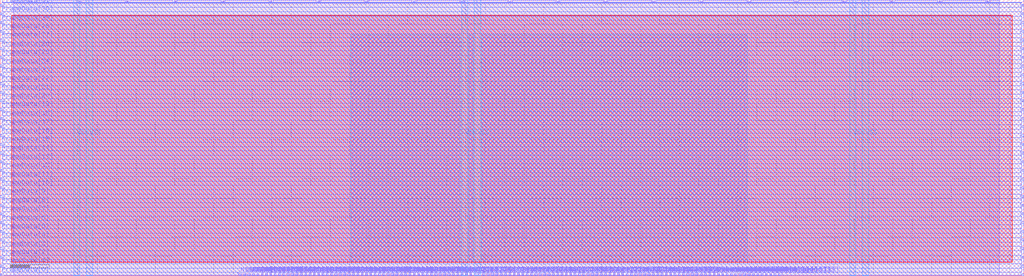
<source format=lef>
VERSION 5.7 ;
  NOWIREEXTENSIONATPIN ON ;
  DIVIDERCHAR "/" ;
  BUSBITCHARS "[]" ;
MACRO N_term_DSP
  CLASS BLOCK ;
  FOREIGN N_term_DSP ;
  ORIGIN 0.000 0.000 ;
  SIZE 263.760 BY 71.120 ;
  PIN FrameData[0]
    DIRECTION INPUT ;
    USE SIGNAL ;
    ANTENNAGATEAREA 1.102000 ;
    PORT
      LAYER Metal3 ;
        RECT 0.000 0.000 0.560 0.560 ;
    END
  END FrameData[0]
  PIN FrameData[10]
    DIRECTION INPUT ;
    USE SIGNAL ;
    ANTENNAGATEAREA 1.102000 ;
    PORT
      LAYER Metal3 ;
        RECT 0.000 22.400 0.560 22.960 ;
    END
  END FrameData[10]
  PIN FrameData[11]
    DIRECTION INPUT ;
    USE SIGNAL ;
    ANTENNAGATEAREA 1.102000 ;
    PORT
      LAYER Metal3 ;
        RECT 0.000 24.640 0.560 25.200 ;
    END
  END FrameData[11]
  PIN FrameData[12]
    DIRECTION INPUT ;
    USE SIGNAL ;
    ANTENNAGATEAREA 1.102000 ;
    PORT
      LAYER Metal3 ;
        RECT 0.000 26.880 0.560 27.440 ;
    END
  END FrameData[12]
  PIN FrameData[13]
    DIRECTION INPUT ;
    USE SIGNAL ;
    ANTENNAGATEAREA 1.102000 ;
    PORT
      LAYER Metal3 ;
        RECT 0.000 29.120 0.560 29.680 ;
    END
  END FrameData[13]
  PIN FrameData[14]
    DIRECTION INPUT ;
    USE SIGNAL ;
    ANTENNAGATEAREA 1.102000 ;
    PORT
      LAYER Metal3 ;
        RECT 0.000 31.360 0.560 31.920 ;
    END
  END FrameData[14]
  PIN FrameData[15]
    DIRECTION INPUT ;
    USE SIGNAL ;
    ANTENNAGATEAREA 1.102000 ;
    PORT
      LAYER Metal3 ;
        RECT 0.000 33.600 0.560 34.160 ;
    END
  END FrameData[15]
  PIN FrameData[16]
    DIRECTION INPUT ;
    USE SIGNAL ;
    ANTENNAGATEAREA 1.102000 ;
    PORT
      LAYER Metal3 ;
        RECT 0.000 35.840 0.560 36.400 ;
    END
  END FrameData[16]
  PIN FrameData[17]
    DIRECTION INPUT ;
    USE SIGNAL ;
    ANTENNAGATEAREA 1.102000 ;
    PORT
      LAYER Metal3 ;
        RECT 0.000 38.080 0.560 38.640 ;
    END
  END FrameData[17]
  PIN FrameData[18]
    DIRECTION INPUT ;
    USE SIGNAL ;
    ANTENNAGATEAREA 1.102000 ;
    PORT
      LAYER Metal3 ;
        RECT 0.000 40.320 0.560 40.880 ;
    END
  END FrameData[18]
  PIN FrameData[19]
    DIRECTION INPUT ;
    USE SIGNAL ;
    ANTENNAGATEAREA 1.102000 ;
    PORT
      LAYER Metal3 ;
        RECT 0.000 42.560 0.560 43.120 ;
    END
  END FrameData[19]
  PIN FrameData[1]
    DIRECTION INPUT ;
    USE SIGNAL ;
    ANTENNAGATEAREA 1.102000 ;
    PORT
      LAYER Metal3 ;
        RECT 0.000 2.240 0.560 2.800 ;
    END
  END FrameData[1]
  PIN FrameData[20]
    DIRECTION INPUT ;
    USE SIGNAL ;
    ANTENNAGATEAREA 1.102000 ;
    PORT
      LAYER Metal3 ;
        RECT 0.000 44.800 0.560 45.360 ;
    END
  END FrameData[20]
  PIN FrameData[21]
    DIRECTION INPUT ;
    USE SIGNAL ;
    ANTENNAGATEAREA 1.102000 ;
    PORT
      LAYER Metal3 ;
        RECT 0.000 47.040 0.560 47.600 ;
    END
  END FrameData[21]
  PIN FrameData[22]
    DIRECTION INPUT ;
    USE SIGNAL ;
    ANTENNAGATEAREA 1.102000 ;
    PORT
      LAYER Metal3 ;
        RECT 0.000 49.280 0.560 49.840 ;
    END
  END FrameData[22]
  PIN FrameData[23]
    DIRECTION INPUT ;
    USE SIGNAL ;
    ANTENNAGATEAREA 1.102000 ;
    PORT
      LAYER Metal3 ;
        RECT 0.000 51.520 0.560 52.080 ;
    END
  END FrameData[23]
  PIN FrameData[24]
    DIRECTION INPUT ;
    USE SIGNAL ;
    ANTENNAGATEAREA 1.102000 ;
    PORT
      LAYER Metal3 ;
        RECT 0.000 53.760 0.560 54.320 ;
    END
  END FrameData[24]
  PIN FrameData[25]
    DIRECTION INPUT ;
    USE SIGNAL ;
    ANTENNAGATEAREA 1.102000 ;
    PORT
      LAYER Metal3 ;
        RECT 0.000 56.000 0.560 56.560 ;
    END
  END FrameData[25]
  PIN FrameData[26]
    DIRECTION INPUT ;
    USE SIGNAL ;
    ANTENNAGATEAREA 1.102000 ;
    PORT
      LAYER Metal3 ;
        RECT 0.000 58.240 0.560 58.800 ;
    END
  END FrameData[26]
  PIN FrameData[27]
    DIRECTION INPUT ;
    USE SIGNAL ;
    ANTENNAGATEAREA 1.102000 ;
    PORT
      LAYER Metal3 ;
        RECT 0.000 60.480 0.560 61.040 ;
    END
  END FrameData[27]
  PIN FrameData[28]
    DIRECTION INPUT ;
    USE SIGNAL ;
    ANTENNAGATEAREA 1.102000 ;
    PORT
      LAYER Metal3 ;
        RECT 0.000 62.720 0.560 63.280 ;
    END
  END FrameData[28]
  PIN FrameData[29]
    DIRECTION INPUT ;
    USE SIGNAL ;
    ANTENNAGATEAREA 1.102000 ;
    PORT
      LAYER Metal3 ;
        RECT 0.000 64.960 0.560 65.520 ;
    END
  END FrameData[29]
  PIN FrameData[2]
    DIRECTION INPUT ;
    USE SIGNAL ;
    ANTENNAGATEAREA 1.102000 ;
    PORT
      LAYER Metal3 ;
        RECT 0.000 4.480 0.560 5.040 ;
    END
  END FrameData[2]
  PIN FrameData[30]
    DIRECTION INPUT ;
    USE SIGNAL ;
    ANTENNAGATEAREA 1.102000 ;
    PORT
      LAYER Metal3 ;
        RECT 0.000 67.200 0.560 67.760 ;
    END
  END FrameData[30]
  PIN FrameData[31]
    DIRECTION INPUT ;
    USE SIGNAL ;
    ANTENNAGATEAREA 1.102000 ;
    PORT
      LAYER Metal3 ;
        RECT 0.000 69.440 0.560 70.000 ;
    END
  END FrameData[31]
  PIN FrameData[3]
    DIRECTION INPUT ;
    USE SIGNAL ;
    ANTENNAGATEAREA 1.102000 ;
    PORT
      LAYER Metal3 ;
        RECT 0.000 6.720 0.560 7.280 ;
    END
  END FrameData[3]
  PIN FrameData[4]
    DIRECTION INPUT ;
    USE SIGNAL ;
    ANTENNAGATEAREA 1.102000 ;
    PORT
      LAYER Metal3 ;
        RECT 0.000 8.960 0.560 9.520 ;
    END
  END FrameData[4]
  PIN FrameData[5]
    DIRECTION INPUT ;
    USE SIGNAL ;
    ANTENNAGATEAREA 1.102000 ;
    PORT
      LAYER Metal3 ;
        RECT 0.000 11.200 0.560 11.760 ;
    END
  END FrameData[5]
  PIN FrameData[6]
    DIRECTION INPUT ;
    USE SIGNAL ;
    ANTENNAGATEAREA 1.102000 ;
    PORT
      LAYER Metal3 ;
        RECT 0.000 13.440 0.560 14.000 ;
    END
  END FrameData[6]
  PIN FrameData[7]
    DIRECTION INPUT ;
    USE SIGNAL ;
    ANTENNAGATEAREA 1.102000 ;
    PORT
      LAYER Metal3 ;
        RECT 0.000 15.680 0.560 16.240 ;
    END
  END FrameData[7]
  PIN FrameData[8]
    DIRECTION INPUT ;
    USE SIGNAL ;
    ANTENNAGATEAREA 1.102000 ;
    PORT
      LAYER Metal3 ;
        RECT 0.000 17.920 0.560 18.480 ;
    END
  END FrameData[8]
  PIN FrameData[9]
    DIRECTION INPUT ;
    USE SIGNAL ;
    ANTENNAGATEAREA 1.102000 ;
    PORT
      LAYER Metal3 ;
        RECT 0.000 20.160 0.560 20.720 ;
    END
  END FrameData[9]
  PIN FrameData_O[0]
    DIRECTION OUTPUT ;
    USE SIGNAL ;
    ANTENNADIFFAREA 2.365600 ;
    PORT
      LAYER Metal3 ;
        RECT 263.200 0.000 263.760 0.560 ;
    END
  END FrameData_O[0]
  PIN FrameData_O[10]
    DIRECTION OUTPUT ;
    USE SIGNAL ;
    ANTENNADIFFAREA 2.365600 ;
    PORT
      LAYER Metal3 ;
        RECT 263.200 22.400 263.760 22.960 ;
    END
  END FrameData_O[10]
  PIN FrameData_O[11]
    DIRECTION OUTPUT ;
    USE SIGNAL ;
    ANTENNADIFFAREA 2.365600 ;
    PORT
      LAYER Metal3 ;
        RECT 263.200 24.640 263.760 25.200 ;
    END
  END FrameData_O[11]
  PIN FrameData_O[12]
    DIRECTION OUTPUT ;
    USE SIGNAL ;
    ANTENNADIFFAREA 2.365600 ;
    PORT
      LAYER Metal3 ;
        RECT 263.200 26.880 263.760 27.440 ;
    END
  END FrameData_O[12]
  PIN FrameData_O[13]
    DIRECTION OUTPUT ;
    USE SIGNAL ;
    ANTENNADIFFAREA 2.365600 ;
    PORT
      LAYER Metal3 ;
        RECT 263.200 29.120 263.760 29.680 ;
    END
  END FrameData_O[13]
  PIN FrameData_O[14]
    DIRECTION OUTPUT ;
    USE SIGNAL ;
    ANTENNADIFFAREA 2.365600 ;
    PORT
      LAYER Metal3 ;
        RECT 263.200 31.360 263.760 31.920 ;
    END
  END FrameData_O[14]
  PIN FrameData_O[15]
    DIRECTION OUTPUT ;
    USE SIGNAL ;
    ANTENNADIFFAREA 2.365600 ;
    PORT
      LAYER Metal3 ;
        RECT 263.200 33.600 263.760 34.160 ;
    END
  END FrameData_O[15]
  PIN FrameData_O[16]
    DIRECTION OUTPUT ;
    USE SIGNAL ;
    ANTENNADIFFAREA 2.365600 ;
    PORT
      LAYER Metal3 ;
        RECT 263.200 35.840 263.760 36.400 ;
    END
  END FrameData_O[16]
  PIN FrameData_O[17]
    DIRECTION OUTPUT ;
    USE SIGNAL ;
    ANTENNADIFFAREA 2.365600 ;
    PORT
      LAYER Metal3 ;
        RECT 263.200 38.080 263.760 38.640 ;
    END
  END FrameData_O[17]
  PIN FrameData_O[18]
    DIRECTION OUTPUT ;
    USE SIGNAL ;
    ANTENNADIFFAREA 2.365600 ;
    PORT
      LAYER Metal3 ;
        RECT 263.200 40.320 263.760 40.880 ;
    END
  END FrameData_O[18]
  PIN FrameData_O[19]
    DIRECTION OUTPUT ;
    USE SIGNAL ;
    ANTENNADIFFAREA 2.365600 ;
    PORT
      LAYER Metal3 ;
        RECT 263.200 42.560 263.760 43.120 ;
    END
  END FrameData_O[19]
  PIN FrameData_O[1]
    DIRECTION OUTPUT ;
    USE SIGNAL ;
    ANTENNADIFFAREA 2.365600 ;
    PORT
      LAYER Metal3 ;
        RECT 263.200 2.240 263.760 2.800 ;
    END
  END FrameData_O[1]
  PIN FrameData_O[20]
    DIRECTION OUTPUT ;
    USE SIGNAL ;
    ANTENNADIFFAREA 2.365600 ;
    PORT
      LAYER Metal3 ;
        RECT 263.200 44.800 263.760 45.360 ;
    END
  END FrameData_O[20]
  PIN FrameData_O[21]
    DIRECTION OUTPUT ;
    USE SIGNAL ;
    ANTENNADIFFAREA 2.365600 ;
    PORT
      LAYER Metal3 ;
        RECT 263.200 47.040 263.760 47.600 ;
    END
  END FrameData_O[21]
  PIN FrameData_O[22]
    DIRECTION OUTPUT ;
    USE SIGNAL ;
    ANTENNADIFFAREA 2.365600 ;
    PORT
      LAYER Metal3 ;
        RECT 263.200 49.280 263.760 49.840 ;
    END
  END FrameData_O[22]
  PIN FrameData_O[23]
    DIRECTION OUTPUT ;
    USE SIGNAL ;
    ANTENNADIFFAREA 2.365600 ;
    PORT
      LAYER Metal3 ;
        RECT 263.200 51.520 263.760 52.080 ;
    END
  END FrameData_O[23]
  PIN FrameData_O[24]
    DIRECTION OUTPUT ;
    USE SIGNAL ;
    ANTENNADIFFAREA 2.365600 ;
    PORT
      LAYER Metal3 ;
        RECT 263.200 53.760 263.760 54.320 ;
    END
  END FrameData_O[24]
  PIN FrameData_O[25]
    DIRECTION OUTPUT ;
    USE SIGNAL ;
    ANTENNADIFFAREA 2.365600 ;
    PORT
      LAYER Metal3 ;
        RECT 263.200 56.000 263.760 56.560 ;
    END
  END FrameData_O[25]
  PIN FrameData_O[26]
    DIRECTION OUTPUT ;
    USE SIGNAL ;
    ANTENNADIFFAREA 2.365600 ;
    PORT
      LAYER Metal3 ;
        RECT 263.200 58.240 263.760 58.800 ;
    END
  END FrameData_O[26]
  PIN FrameData_O[27]
    DIRECTION OUTPUT ;
    USE SIGNAL ;
    ANTENNADIFFAREA 2.365600 ;
    PORT
      LAYER Metal3 ;
        RECT 263.200 60.480 263.760 61.040 ;
    END
  END FrameData_O[27]
  PIN FrameData_O[28]
    DIRECTION OUTPUT ;
    USE SIGNAL ;
    ANTENNADIFFAREA 2.365600 ;
    PORT
      LAYER Metal3 ;
        RECT 263.200 62.720 263.760 63.280 ;
    END
  END FrameData_O[28]
  PIN FrameData_O[29]
    DIRECTION OUTPUT ;
    USE SIGNAL ;
    ANTENNADIFFAREA 2.365600 ;
    PORT
      LAYER Metal3 ;
        RECT 263.200 64.960 263.760 65.520 ;
    END
  END FrameData_O[29]
  PIN FrameData_O[2]
    DIRECTION OUTPUT ;
    USE SIGNAL ;
    ANTENNADIFFAREA 2.365600 ;
    PORT
      LAYER Metal3 ;
        RECT 263.200 4.480 263.760 5.040 ;
    END
  END FrameData_O[2]
  PIN FrameData_O[30]
    DIRECTION OUTPUT ;
    USE SIGNAL ;
    ANTENNADIFFAREA 2.365600 ;
    PORT
      LAYER Metal3 ;
        RECT 263.200 67.200 263.760 67.760 ;
    END
  END FrameData_O[30]
  PIN FrameData_O[31]
    DIRECTION OUTPUT ;
    USE SIGNAL ;
    ANTENNADIFFAREA 2.365600 ;
    PORT
      LAYER Metal3 ;
        RECT 263.200 69.440 263.760 70.000 ;
    END
  END FrameData_O[31]
  PIN FrameData_O[3]
    DIRECTION OUTPUT ;
    USE SIGNAL ;
    ANTENNADIFFAREA 2.365600 ;
    PORT
      LAYER Metal3 ;
        RECT 263.200 6.720 263.760 7.280 ;
    END
  END FrameData_O[3]
  PIN FrameData_O[4]
    DIRECTION OUTPUT ;
    USE SIGNAL ;
    ANTENNADIFFAREA 2.365600 ;
    PORT
      LAYER Metal3 ;
        RECT 263.200 8.960 263.760 9.520 ;
    END
  END FrameData_O[4]
  PIN FrameData_O[5]
    DIRECTION OUTPUT ;
    USE SIGNAL ;
    ANTENNADIFFAREA 2.365600 ;
    PORT
      LAYER Metal3 ;
        RECT 263.200 11.200 263.760 11.760 ;
    END
  END FrameData_O[5]
  PIN FrameData_O[6]
    DIRECTION OUTPUT ;
    USE SIGNAL ;
    ANTENNADIFFAREA 2.365600 ;
    PORT
      LAYER Metal3 ;
        RECT 263.200 13.440 263.760 14.000 ;
    END
  END FrameData_O[6]
  PIN FrameData_O[7]
    DIRECTION OUTPUT ;
    USE SIGNAL ;
    ANTENNADIFFAREA 2.365600 ;
    PORT
      LAYER Metal3 ;
        RECT 263.200 15.680 263.760 16.240 ;
    END
  END FrameData_O[7]
  PIN FrameData_O[8]
    DIRECTION OUTPUT ;
    USE SIGNAL ;
    ANTENNADIFFAREA 2.365600 ;
    PORT
      LAYER Metal3 ;
        RECT 263.200 17.920 263.760 18.480 ;
    END
  END FrameData_O[8]
  PIN FrameData_O[9]
    DIRECTION OUTPUT ;
    USE SIGNAL ;
    ANTENNADIFFAREA 2.365600 ;
    PORT
      LAYER Metal3 ;
        RECT 263.200 20.160 263.760 20.720 ;
    END
  END FrameData_O[9]
  PIN FrameStrobe[0]
    DIRECTION INPUT ;
    USE SIGNAL ;
    ANTENNAGATEAREA 1.102000 ;
    PORT
      LAYER Metal2 ;
        RECT 179.200 0.000 179.760 0.560 ;
    END
  END FrameStrobe[0]
  PIN FrameStrobe[10]
    DIRECTION INPUT ;
    USE SIGNAL ;
    ANTENNAGATEAREA 1.102000 ;
    PORT
      LAYER Metal2 ;
        RECT 190.400 0.000 190.960 0.560 ;
    END
  END FrameStrobe[10]
  PIN FrameStrobe[11]
    DIRECTION INPUT ;
    USE SIGNAL ;
    ANTENNAGATEAREA 1.102000 ;
    PORT
      LAYER Metal2 ;
        RECT 191.520 0.000 192.080 0.560 ;
    END
  END FrameStrobe[11]
  PIN FrameStrobe[12]
    DIRECTION INPUT ;
    USE SIGNAL ;
    ANTENNAGATEAREA 1.102000 ;
    PORT
      LAYER Metal2 ;
        RECT 192.640 0.000 193.200 0.560 ;
    END
  END FrameStrobe[12]
  PIN FrameStrobe[13]
    DIRECTION INPUT ;
    USE SIGNAL ;
    ANTENNAGATEAREA 1.102000 ;
    PORT
      LAYER Metal2 ;
        RECT 193.760 0.000 194.320 0.560 ;
    END
  END FrameStrobe[13]
  PIN FrameStrobe[14]
    DIRECTION INPUT ;
    USE SIGNAL ;
    ANTENNAGATEAREA 1.102000 ;
    PORT
      LAYER Metal2 ;
        RECT 194.880 0.000 195.440 0.560 ;
    END
  END FrameStrobe[14]
  PIN FrameStrobe[15]
    DIRECTION INPUT ;
    USE SIGNAL ;
    ANTENNAGATEAREA 1.102000 ;
    PORT
      LAYER Metal2 ;
        RECT 196.000 0.000 196.560 0.560 ;
    END
  END FrameStrobe[15]
  PIN FrameStrobe[16]
    DIRECTION INPUT ;
    USE SIGNAL ;
    ANTENNAGATEAREA 1.102000 ;
    PORT
      LAYER Metal2 ;
        RECT 197.120 0.000 197.680 0.560 ;
    END
  END FrameStrobe[16]
  PIN FrameStrobe[17]
    DIRECTION INPUT ;
    USE SIGNAL ;
    ANTENNAGATEAREA 1.102000 ;
    PORT
      LAYER Metal2 ;
        RECT 198.240 0.000 198.800 0.560 ;
    END
  END FrameStrobe[17]
  PIN FrameStrobe[18]
    DIRECTION INPUT ;
    USE SIGNAL ;
    ANTENNAGATEAREA 1.102000 ;
    PORT
      LAYER Metal2 ;
        RECT 199.360 0.000 199.920 0.560 ;
    END
  END FrameStrobe[18]
  PIN FrameStrobe[19]
    DIRECTION INPUT ;
    USE SIGNAL ;
    ANTENNAGATEAREA 1.102000 ;
    PORT
      LAYER Metal2 ;
        RECT 200.480 0.000 201.040 0.560 ;
    END
  END FrameStrobe[19]
  PIN FrameStrobe[1]
    DIRECTION INPUT ;
    USE SIGNAL ;
    ANTENNAGATEAREA 1.102000 ;
    PORT
      LAYER Metal2 ;
        RECT 180.320 0.000 180.880 0.560 ;
    END
  END FrameStrobe[1]
  PIN FrameStrobe[2]
    DIRECTION INPUT ;
    USE SIGNAL ;
    ANTENNAGATEAREA 1.102000 ;
    PORT
      LAYER Metal2 ;
        RECT 181.440 0.000 182.000 0.560 ;
    END
  END FrameStrobe[2]
  PIN FrameStrobe[3]
    DIRECTION INPUT ;
    USE SIGNAL ;
    ANTENNAGATEAREA 1.102000 ;
    PORT
      LAYER Metal2 ;
        RECT 182.560 0.000 183.120 0.560 ;
    END
  END FrameStrobe[3]
  PIN FrameStrobe[4]
    DIRECTION INPUT ;
    USE SIGNAL ;
    ANTENNAGATEAREA 1.102000 ;
    PORT
      LAYER Metal2 ;
        RECT 183.680 0.000 184.240 0.560 ;
    END
  END FrameStrobe[4]
  PIN FrameStrobe[5]
    DIRECTION INPUT ;
    USE SIGNAL ;
    ANTENNAGATEAREA 1.102000 ;
    PORT
      LAYER Metal2 ;
        RECT 184.800 0.000 185.360 0.560 ;
    END
  END FrameStrobe[5]
  PIN FrameStrobe[6]
    DIRECTION INPUT ;
    USE SIGNAL ;
    ANTENNAGATEAREA 1.102000 ;
    PORT
      LAYER Metal2 ;
        RECT 185.920 0.000 186.480 0.560 ;
    END
  END FrameStrobe[6]
  PIN FrameStrobe[7]
    DIRECTION INPUT ;
    USE SIGNAL ;
    ANTENNAGATEAREA 1.102000 ;
    PORT
      LAYER Metal2 ;
        RECT 187.040 0.000 187.600 0.560 ;
    END
  END FrameStrobe[7]
  PIN FrameStrobe[8]
    DIRECTION INPUT ;
    USE SIGNAL ;
    ANTENNAGATEAREA 1.102000 ;
    PORT
      LAYER Metal2 ;
        RECT 188.160 0.000 188.720 0.560 ;
    END
  END FrameStrobe[8]
  PIN FrameStrobe[9]
    DIRECTION INPUT ;
    USE SIGNAL ;
    ANTENNAGATEAREA 1.102000 ;
    PORT
      LAYER Metal2 ;
        RECT 189.280 0.000 189.840 0.560 ;
    END
  END FrameStrobe[9]
  PIN FrameStrobe_O[0]
    DIRECTION OUTPUT ;
    USE SIGNAL ;
    ANTENNADIFFAREA 2.365600 ;
    PORT
      LAYER Metal2 ;
        RECT 20.160 70.560 20.720 71.120 ;
    END
  END FrameStrobe_O[0]
  PIN FrameStrobe_O[10]
    DIRECTION OUTPUT ;
    USE SIGNAL ;
    ANTENNADIFFAREA 2.365600 ;
    PORT
      LAYER Metal2 ;
        RECT 143.360 70.560 143.920 71.120 ;
    END
  END FrameStrobe_O[10]
  PIN FrameStrobe_O[11]
    DIRECTION OUTPUT ;
    USE SIGNAL ;
    ANTENNADIFFAREA 2.365600 ;
    PORT
      LAYER Metal2 ;
        RECT 155.680 70.560 156.240 71.120 ;
    END
  END FrameStrobe_O[11]
  PIN FrameStrobe_O[12]
    DIRECTION OUTPUT ;
    USE SIGNAL ;
    ANTENNADIFFAREA 2.365600 ;
    PORT
      LAYER Metal2 ;
        RECT 168.000 70.560 168.560 71.120 ;
    END
  END FrameStrobe_O[12]
  PIN FrameStrobe_O[13]
    DIRECTION OUTPUT ;
    USE SIGNAL ;
    ANTENNADIFFAREA 2.365600 ;
    PORT
      LAYER Metal2 ;
        RECT 180.320 70.560 180.880 71.120 ;
    END
  END FrameStrobe_O[13]
  PIN FrameStrobe_O[14]
    DIRECTION OUTPUT ;
    USE SIGNAL ;
    ANTENNADIFFAREA 2.365600 ;
    PORT
      LAYER Metal2 ;
        RECT 192.640 70.560 193.200 71.120 ;
    END
  END FrameStrobe_O[14]
  PIN FrameStrobe_O[15]
    DIRECTION OUTPUT ;
    USE SIGNAL ;
    ANTENNADIFFAREA 2.365600 ;
    PORT
      LAYER Metal2 ;
        RECT 204.960 70.560 205.520 71.120 ;
    END
  END FrameStrobe_O[15]
  PIN FrameStrobe_O[16]
    DIRECTION OUTPUT ;
    USE SIGNAL ;
    ANTENNADIFFAREA 2.365600 ;
    PORT
      LAYER Metal2 ;
        RECT 217.280 70.560 217.840 71.120 ;
    END
  END FrameStrobe_O[16]
  PIN FrameStrobe_O[17]
    DIRECTION OUTPUT ;
    USE SIGNAL ;
    ANTENNADIFFAREA 2.365600 ;
    PORT
      LAYER Metal2 ;
        RECT 229.600 70.560 230.160 71.120 ;
    END
  END FrameStrobe_O[17]
  PIN FrameStrobe_O[18]
    DIRECTION OUTPUT ;
    USE SIGNAL ;
    ANTENNADIFFAREA 2.365600 ;
    PORT
      LAYER Metal2 ;
        RECT 241.920 70.560 242.480 71.120 ;
    END
  END FrameStrobe_O[18]
  PIN FrameStrobe_O[19]
    DIRECTION OUTPUT ;
    USE SIGNAL ;
    ANTENNADIFFAREA 2.365600 ;
    PORT
      LAYER Metal2 ;
        RECT 254.240 70.560 254.800 71.120 ;
    END
  END FrameStrobe_O[19]
  PIN FrameStrobe_O[1]
    DIRECTION OUTPUT ;
    USE SIGNAL ;
    ANTENNADIFFAREA 2.365600 ;
    PORT
      LAYER Metal2 ;
        RECT 32.480 70.560 33.040 71.120 ;
    END
  END FrameStrobe_O[1]
  PIN FrameStrobe_O[2]
    DIRECTION OUTPUT ;
    USE SIGNAL ;
    ANTENNADIFFAREA 2.365600 ;
    PORT
      LAYER Metal2 ;
        RECT 44.800 70.560 45.360 71.120 ;
    END
  END FrameStrobe_O[2]
  PIN FrameStrobe_O[3]
    DIRECTION OUTPUT ;
    USE SIGNAL ;
    ANTENNADIFFAREA 2.365600 ;
    PORT
      LAYER Metal2 ;
        RECT 57.120 70.560 57.680 71.120 ;
    END
  END FrameStrobe_O[3]
  PIN FrameStrobe_O[4]
    DIRECTION OUTPUT ;
    USE SIGNAL ;
    ANTENNADIFFAREA 2.365600 ;
    PORT
      LAYER Metal2 ;
        RECT 69.440 70.560 70.000 71.120 ;
    END
  END FrameStrobe_O[4]
  PIN FrameStrobe_O[5]
    DIRECTION OUTPUT ;
    USE SIGNAL ;
    ANTENNADIFFAREA 2.365600 ;
    PORT
      LAYER Metal2 ;
        RECT 81.760 70.560 82.320 71.120 ;
    END
  END FrameStrobe_O[5]
  PIN FrameStrobe_O[6]
    DIRECTION OUTPUT ;
    USE SIGNAL ;
    ANTENNADIFFAREA 2.365600 ;
    PORT
      LAYER Metal2 ;
        RECT 94.080 70.560 94.640 71.120 ;
    END
  END FrameStrobe_O[6]
  PIN FrameStrobe_O[7]
    DIRECTION OUTPUT ;
    USE SIGNAL ;
    ANTENNADIFFAREA 2.365600 ;
    PORT
      LAYER Metal2 ;
        RECT 106.400 70.560 106.960 71.120 ;
    END
  END FrameStrobe_O[7]
  PIN FrameStrobe_O[8]
    DIRECTION OUTPUT ;
    USE SIGNAL ;
    ANTENNADIFFAREA 2.365600 ;
    PORT
      LAYER Metal2 ;
        RECT 118.720 70.560 119.280 71.120 ;
    END
  END FrameStrobe_O[8]
  PIN FrameStrobe_O[9]
    DIRECTION OUTPUT ;
    USE SIGNAL ;
    ANTENNADIFFAREA 2.365600 ;
    PORT
      LAYER Metal2 ;
        RECT 131.040 70.560 131.600 71.120 ;
    END
  END FrameStrobe_O[9]
  PIN N1END[0]
    DIRECTION INPUT ;
    USE SIGNAL ;
    ANTENNAGATEAREA 1.102000 ;
    PORT
      LAYER Metal2 ;
        RECT 61.600 0.000 62.160 0.560 ;
    END
  END N1END[0]
  PIN N1END[1]
    DIRECTION INPUT ;
    USE SIGNAL ;
    ANTENNAGATEAREA 1.102000 ;
    PORT
      LAYER Metal2 ;
        RECT 62.720 0.000 63.280 0.560 ;
    END
  END N1END[1]
  PIN N1END[2]
    DIRECTION INPUT ;
    USE SIGNAL ;
    ANTENNAGATEAREA 1.102000 ;
    PORT
      LAYER Metal2 ;
        RECT 63.840 0.000 64.400 0.560 ;
    END
  END N1END[2]
  PIN N1END[3]
    DIRECTION INPUT ;
    USE SIGNAL ;
    ANTENNAGATEAREA 1.102000 ;
    PORT
      LAYER Metal2 ;
        RECT 64.960 0.000 65.520 0.560 ;
    END
  END N1END[3]
  PIN N2END[0]
    DIRECTION INPUT ;
    USE SIGNAL ;
    ANTENNAGATEAREA 1.102000 ;
    PORT
      LAYER Metal2 ;
        RECT 75.040 0.000 75.600 0.560 ;
    END
  END N2END[0]
  PIN N2END[1]
    DIRECTION INPUT ;
    USE SIGNAL ;
    ANTENNAGATEAREA 1.102000 ;
    PORT
      LAYER Metal2 ;
        RECT 76.160 0.000 76.720 0.560 ;
    END
  END N2END[1]
  PIN N2END[2]
    DIRECTION INPUT ;
    USE SIGNAL ;
    ANTENNAGATEAREA 1.102000 ;
    PORT
      LAYER Metal2 ;
        RECT 77.280 0.000 77.840 0.560 ;
    END
  END N2END[2]
  PIN N2END[3]
    DIRECTION INPUT ;
    USE SIGNAL ;
    ANTENNAGATEAREA 1.102000 ;
    PORT
      LAYER Metal2 ;
        RECT 78.400 0.000 78.960 0.560 ;
    END
  END N2END[3]
  PIN N2END[4]
    DIRECTION INPUT ;
    USE SIGNAL ;
    ANTENNAGATEAREA 1.102000 ;
    PORT
      LAYER Metal2 ;
        RECT 79.520 0.000 80.080 0.560 ;
    END
  END N2END[4]
  PIN N2END[5]
    DIRECTION INPUT ;
    USE SIGNAL ;
    ANTENNAGATEAREA 1.102000 ;
    PORT
      LAYER Metal2 ;
        RECT 80.640 0.000 81.200 0.560 ;
    END
  END N2END[5]
  PIN N2END[6]
    DIRECTION INPUT ;
    USE SIGNAL ;
    ANTENNAGATEAREA 1.102000 ;
    PORT
      LAYER Metal2 ;
        RECT 81.760 0.000 82.320 0.560 ;
    END
  END N2END[6]
  PIN N2END[7]
    DIRECTION INPUT ;
    USE SIGNAL ;
    ANTENNAGATEAREA 1.102000 ;
    PORT
      LAYER Metal2 ;
        RECT 82.880 0.000 83.440 0.560 ;
    END
  END N2END[7]
  PIN N2MID[0]
    DIRECTION INPUT ;
    USE SIGNAL ;
    ANTENNAGATEAREA 1.102000 ;
    PORT
      LAYER Metal2 ;
        RECT 66.080 0.000 66.640 0.560 ;
    END
  END N2MID[0]
  PIN N2MID[1]
    DIRECTION INPUT ;
    USE SIGNAL ;
    ANTENNAGATEAREA 1.102000 ;
    PORT
      LAYER Metal2 ;
        RECT 67.200 0.000 67.760 0.560 ;
    END
  END N2MID[1]
  PIN N2MID[2]
    DIRECTION INPUT ;
    USE SIGNAL ;
    ANTENNAGATEAREA 1.102000 ;
    PORT
      LAYER Metal2 ;
        RECT 68.320 0.000 68.880 0.560 ;
    END
  END N2MID[2]
  PIN N2MID[3]
    DIRECTION INPUT ;
    USE SIGNAL ;
    ANTENNAGATEAREA 1.102000 ;
    PORT
      LAYER Metal2 ;
        RECT 69.440 0.000 70.000 0.560 ;
    END
  END N2MID[3]
  PIN N2MID[4]
    DIRECTION INPUT ;
    USE SIGNAL ;
    ANTENNAGATEAREA 1.102000 ;
    PORT
      LAYER Metal2 ;
        RECT 70.560 0.000 71.120 0.560 ;
    END
  END N2MID[4]
  PIN N2MID[5]
    DIRECTION INPUT ;
    USE SIGNAL ;
    ANTENNAGATEAREA 1.102000 ;
    PORT
      LAYER Metal2 ;
        RECT 71.680 0.000 72.240 0.560 ;
    END
  END N2MID[5]
  PIN N2MID[6]
    DIRECTION INPUT ;
    USE SIGNAL ;
    ANTENNAGATEAREA 1.102000 ;
    PORT
      LAYER Metal2 ;
        RECT 72.800 0.000 73.360 0.560 ;
    END
  END N2MID[6]
  PIN N2MID[7]
    DIRECTION INPUT ;
    USE SIGNAL ;
    ANTENNAGATEAREA 1.102000 ;
    PORT
      LAYER Metal2 ;
        RECT 73.920 0.000 74.480 0.560 ;
    END
  END N2MID[7]
  PIN N4END[0]
    DIRECTION INPUT ;
    USE SIGNAL ;
    ANTENNAGATEAREA 1.102000 ;
    PORT
      LAYER Metal2 ;
        RECT 84.000 0.000 84.560 0.560 ;
    END
  END N4END[0]
  PIN N4END[10]
    DIRECTION INPUT ;
    USE SIGNAL ;
    ANTENNAGATEAREA 1.102000 ;
    PORT
      LAYER Metal2 ;
        RECT 95.200 0.000 95.760 0.560 ;
    END
  END N4END[10]
  PIN N4END[11]
    DIRECTION INPUT ;
    USE SIGNAL ;
    ANTENNAGATEAREA 1.102000 ;
    PORT
      LAYER Metal2 ;
        RECT 96.320 0.000 96.880 0.560 ;
    END
  END N4END[11]
  PIN N4END[12]
    DIRECTION INPUT ;
    USE SIGNAL ;
    ANTENNAGATEAREA 1.102000 ;
    PORT
      LAYER Metal2 ;
        RECT 97.440 0.000 98.000 0.560 ;
    END
  END N4END[12]
  PIN N4END[13]
    DIRECTION INPUT ;
    USE SIGNAL ;
    ANTENNAGATEAREA 1.102000 ;
    PORT
      LAYER Metal2 ;
        RECT 98.560 0.000 99.120 0.560 ;
    END
  END N4END[13]
  PIN N4END[14]
    DIRECTION INPUT ;
    USE SIGNAL ;
    ANTENNAGATEAREA 1.102000 ;
    PORT
      LAYER Metal2 ;
        RECT 99.680 0.000 100.240 0.560 ;
    END
  END N4END[14]
  PIN N4END[15]
    DIRECTION INPUT ;
    USE SIGNAL ;
    ANTENNAGATEAREA 1.102000 ;
    PORT
      LAYER Metal2 ;
        RECT 100.800 0.000 101.360 0.560 ;
    END
  END N4END[15]
  PIN N4END[1]
    DIRECTION INPUT ;
    USE SIGNAL ;
    ANTENNAGATEAREA 1.102000 ;
    PORT
      LAYER Metal2 ;
        RECT 85.120 0.000 85.680 0.560 ;
    END
  END N4END[1]
  PIN N4END[2]
    DIRECTION INPUT ;
    USE SIGNAL ;
    ANTENNAGATEAREA 1.102000 ;
    PORT
      LAYER Metal2 ;
        RECT 86.240 0.000 86.800 0.560 ;
    END
  END N4END[2]
  PIN N4END[3]
    DIRECTION INPUT ;
    USE SIGNAL ;
    ANTENNAGATEAREA 1.102000 ;
    PORT
      LAYER Metal2 ;
        RECT 87.360 0.000 87.920 0.560 ;
    END
  END N4END[3]
  PIN N4END[4]
    DIRECTION INPUT ;
    USE SIGNAL ;
    ANTENNAGATEAREA 1.102000 ;
    PORT
      LAYER Metal2 ;
        RECT 88.480 0.000 89.040 0.560 ;
    END
  END N4END[4]
  PIN N4END[5]
    DIRECTION INPUT ;
    USE SIGNAL ;
    ANTENNAGATEAREA 1.102000 ;
    PORT
      LAYER Metal2 ;
        RECT 89.600 0.000 90.160 0.560 ;
    END
  END N4END[5]
  PIN N4END[6]
    DIRECTION INPUT ;
    USE SIGNAL ;
    ANTENNAGATEAREA 1.102000 ;
    PORT
      LAYER Metal2 ;
        RECT 90.720 0.000 91.280 0.560 ;
    END
  END N4END[6]
  PIN N4END[7]
    DIRECTION INPUT ;
    USE SIGNAL ;
    ANTENNAGATEAREA 1.102000 ;
    PORT
      LAYER Metal2 ;
        RECT 91.840 0.000 92.400 0.560 ;
    END
  END N4END[7]
  PIN N4END[8]
    DIRECTION INPUT ;
    USE SIGNAL ;
    ANTENNAGATEAREA 1.102000 ;
    PORT
      LAYER Metal2 ;
        RECT 92.960 0.000 93.520 0.560 ;
    END
  END N4END[8]
  PIN N4END[9]
    DIRECTION INPUT ;
    USE SIGNAL ;
    ANTENNAGATEAREA 1.102000 ;
    PORT
      LAYER Metal2 ;
        RECT 94.080 0.000 94.640 0.560 ;
    END
  END N4END[9]
  PIN NN4END[0]
    DIRECTION INPUT ;
    USE SIGNAL ;
    ANTENNAGATEAREA 1.102000 ;
    PORT
      LAYER Metal2 ;
        RECT 101.920 0.000 102.480 0.560 ;
    END
  END NN4END[0]
  PIN NN4END[10]
    DIRECTION INPUT ;
    USE SIGNAL ;
    ANTENNAGATEAREA 1.102000 ;
    PORT
      LAYER Metal2 ;
        RECT 113.120 0.000 113.680 0.560 ;
    END
  END NN4END[10]
  PIN NN4END[11]
    DIRECTION INPUT ;
    USE SIGNAL ;
    ANTENNAGATEAREA 1.102000 ;
    PORT
      LAYER Metal2 ;
        RECT 114.240 0.000 114.800 0.560 ;
    END
  END NN4END[11]
  PIN NN4END[12]
    DIRECTION INPUT ;
    USE SIGNAL ;
    ANTENNAGATEAREA 1.102000 ;
    PORT
      LAYER Metal2 ;
        RECT 115.360 0.000 115.920 0.560 ;
    END
  END NN4END[12]
  PIN NN4END[13]
    DIRECTION INPUT ;
    USE SIGNAL ;
    ANTENNAGATEAREA 1.102000 ;
    PORT
      LAYER Metal2 ;
        RECT 116.480 0.000 117.040 0.560 ;
    END
  END NN4END[13]
  PIN NN4END[14]
    DIRECTION INPUT ;
    USE SIGNAL ;
    ANTENNAGATEAREA 1.102000 ;
    PORT
      LAYER Metal2 ;
        RECT 117.600 0.000 118.160 0.560 ;
    END
  END NN4END[14]
  PIN NN4END[15]
    DIRECTION INPUT ;
    USE SIGNAL ;
    ANTENNAGATEAREA 1.102000 ;
    PORT
      LAYER Metal2 ;
        RECT 118.720 0.000 119.280 0.560 ;
    END
  END NN4END[15]
  PIN NN4END[1]
    DIRECTION INPUT ;
    USE SIGNAL ;
    ANTENNAGATEAREA 1.102000 ;
    PORT
      LAYER Metal2 ;
        RECT 103.040 0.000 103.600 0.560 ;
    END
  END NN4END[1]
  PIN NN4END[2]
    DIRECTION INPUT ;
    USE SIGNAL ;
    ANTENNAGATEAREA 1.102000 ;
    PORT
      LAYER Metal2 ;
        RECT 104.160 0.000 104.720 0.560 ;
    END
  END NN4END[2]
  PIN NN4END[3]
    DIRECTION INPUT ;
    USE SIGNAL ;
    ANTENNAGATEAREA 1.102000 ;
    PORT
      LAYER Metal2 ;
        RECT 105.280 0.000 105.840 0.560 ;
    END
  END NN4END[3]
  PIN NN4END[4]
    DIRECTION INPUT ;
    USE SIGNAL ;
    ANTENNAGATEAREA 1.102000 ;
    PORT
      LAYER Metal2 ;
        RECT 106.400 0.000 106.960 0.560 ;
    END
  END NN4END[4]
  PIN NN4END[5]
    DIRECTION INPUT ;
    USE SIGNAL ;
    ANTENNAGATEAREA 1.102000 ;
    PORT
      LAYER Metal2 ;
        RECT 107.520 0.000 108.080 0.560 ;
    END
  END NN4END[5]
  PIN NN4END[6]
    DIRECTION INPUT ;
    USE SIGNAL ;
    ANTENNAGATEAREA 1.102000 ;
    PORT
      LAYER Metal2 ;
        RECT 108.640 0.000 109.200 0.560 ;
    END
  END NN4END[6]
  PIN NN4END[7]
    DIRECTION INPUT ;
    USE SIGNAL ;
    ANTENNAGATEAREA 1.102000 ;
    PORT
      LAYER Metal2 ;
        RECT 109.760 0.000 110.320 0.560 ;
    END
  END NN4END[7]
  PIN NN4END[8]
    DIRECTION INPUT ;
    USE SIGNAL ;
    ANTENNAGATEAREA 1.102000 ;
    PORT
      LAYER Metal2 ;
        RECT 110.880 0.000 111.440 0.560 ;
    END
  END NN4END[8]
  PIN NN4END[9]
    DIRECTION INPUT ;
    USE SIGNAL ;
    ANTENNAGATEAREA 1.102000 ;
    PORT
      LAYER Metal2 ;
        RECT 112.000 0.000 112.560 0.560 ;
    END
  END NN4END[9]
  PIN S1BEG[0]
    DIRECTION OUTPUT ;
    USE SIGNAL ;
    ANTENNADIFFAREA 2.365600 ;
    PORT
      LAYER Metal2 ;
        RECT 119.840 0.000 120.400 0.560 ;
    END
  END S1BEG[0]
  PIN S1BEG[1]
    DIRECTION OUTPUT ;
    USE SIGNAL ;
    ANTENNADIFFAREA 2.365600 ;
    PORT
      LAYER Metal2 ;
        RECT 120.960 0.000 121.520 0.560 ;
    END
  END S1BEG[1]
  PIN S1BEG[2]
    DIRECTION OUTPUT ;
    USE SIGNAL ;
    ANTENNADIFFAREA 2.365600 ;
    PORT
      LAYER Metal2 ;
        RECT 122.080 0.000 122.640 0.560 ;
    END
  END S1BEG[2]
  PIN S1BEG[3]
    DIRECTION OUTPUT ;
    USE SIGNAL ;
    ANTENNADIFFAREA 2.365600 ;
    PORT
      LAYER Metal2 ;
        RECT 123.200 0.000 123.760 0.560 ;
    END
  END S1BEG[3]
  PIN S2BEG[0]
    DIRECTION OUTPUT ;
    USE SIGNAL ;
    ANTENNADIFFAREA 2.365600 ;
    PORT
      LAYER Metal2 ;
        RECT 124.320 0.000 124.880 0.560 ;
    END
  END S2BEG[0]
  PIN S2BEG[1]
    DIRECTION OUTPUT ;
    USE SIGNAL ;
    ANTENNADIFFAREA 2.365600 ;
    PORT
      LAYER Metal2 ;
        RECT 125.440 0.000 126.000 0.560 ;
    END
  END S2BEG[1]
  PIN S2BEG[2]
    DIRECTION OUTPUT ;
    USE SIGNAL ;
    ANTENNADIFFAREA 2.365600 ;
    PORT
      LAYER Metal2 ;
        RECT 126.560 0.000 127.120 0.560 ;
    END
  END S2BEG[2]
  PIN S2BEG[3]
    DIRECTION OUTPUT ;
    USE SIGNAL ;
    ANTENNADIFFAREA 2.365600 ;
    PORT
      LAYER Metal2 ;
        RECT 127.680 0.000 128.240 0.560 ;
    END
  END S2BEG[3]
  PIN S2BEG[4]
    DIRECTION OUTPUT ;
    USE SIGNAL ;
    ANTENNADIFFAREA 2.365600 ;
    PORT
      LAYER Metal2 ;
        RECT 128.800 0.000 129.360 0.560 ;
    END
  END S2BEG[4]
  PIN S2BEG[5]
    DIRECTION OUTPUT ;
    USE SIGNAL ;
    ANTENNADIFFAREA 2.365600 ;
    PORT
      LAYER Metal2 ;
        RECT 129.920 0.000 130.480 0.560 ;
    END
  END S2BEG[5]
  PIN S2BEG[6]
    DIRECTION OUTPUT ;
    USE SIGNAL ;
    ANTENNADIFFAREA 2.365600 ;
    PORT
      LAYER Metal2 ;
        RECT 131.040 0.000 131.600 0.560 ;
    END
  END S2BEG[6]
  PIN S2BEG[7]
    DIRECTION OUTPUT ;
    USE SIGNAL ;
    ANTENNADIFFAREA 2.365600 ;
    PORT
      LAYER Metal2 ;
        RECT 132.160 0.000 132.720 0.560 ;
    END
  END S2BEG[7]
  PIN S2BEGb[0]
    DIRECTION OUTPUT ;
    USE SIGNAL ;
    ANTENNADIFFAREA 2.365600 ;
    PORT
      LAYER Metal2 ;
        RECT 133.280 0.000 133.840 0.560 ;
    END
  END S2BEGb[0]
  PIN S2BEGb[1]
    DIRECTION OUTPUT ;
    USE SIGNAL ;
    ANTENNADIFFAREA 2.365600 ;
    PORT
      LAYER Metal2 ;
        RECT 134.400 0.000 134.960 0.560 ;
    END
  END S2BEGb[1]
  PIN S2BEGb[2]
    DIRECTION OUTPUT ;
    USE SIGNAL ;
    ANTENNADIFFAREA 2.365600 ;
    PORT
      LAYER Metal2 ;
        RECT 135.520 0.000 136.080 0.560 ;
    END
  END S2BEGb[2]
  PIN S2BEGb[3]
    DIRECTION OUTPUT ;
    USE SIGNAL ;
    ANTENNADIFFAREA 2.365600 ;
    PORT
      LAYER Metal2 ;
        RECT 136.640 0.000 137.200 0.560 ;
    END
  END S2BEGb[3]
  PIN S2BEGb[4]
    DIRECTION OUTPUT ;
    USE SIGNAL ;
    ANTENNADIFFAREA 2.365600 ;
    PORT
      LAYER Metal2 ;
        RECT 137.760 0.000 138.320 0.560 ;
    END
  END S2BEGb[4]
  PIN S2BEGb[5]
    DIRECTION OUTPUT ;
    USE SIGNAL ;
    ANTENNADIFFAREA 2.365600 ;
    PORT
      LAYER Metal2 ;
        RECT 138.880 0.000 139.440 0.560 ;
    END
  END S2BEGb[5]
  PIN S2BEGb[6]
    DIRECTION OUTPUT ;
    USE SIGNAL ;
    ANTENNADIFFAREA 2.365600 ;
    PORT
      LAYER Metal2 ;
        RECT 140.000 0.000 140.560 0.560 ;
    END
  END S2BEGb[6]
  PIN S2BEGb[7]
    DIRECTION OUTPUT ;
    USE SIGNAL ;
    ANTENNADIFFAREA 2.365600 ;
    PORT
      LAYER Metal2 ;
        RECT 141.120 0.000 141.680 0.560 ;
    END
  END S2BEGb[7]
  PIN S4BEG[0]
    DIRECTION OUTPUT ;
    USE SIGNAL ;
    ANTENNADIFFAREA 2.365600 ;
    PORT
      LAYER Metal2 ;
        RECT 142.240 0.000 142.800 0.560 ;
    END
  END S4BEG[0]
  PIN S4BEG[10]
    DIRECTION OUTPUT ;
    USE SIGNAL ;
    ANTENNADIFFAREA 2.365600 ;
    PORT
      LAYER Metal2 ;
        RECT 153.440 0.000 154.000 0.560 ;
    END
  END S4BEG[10]
  PIN S4BEG[11]
    DIRECTION OUTPUT ;
    USE SIGNAL ;
    ANTENNADIFFAREA 2.365600 ;
    PORT
      LAYER Metal2 ;
        RECT 154.560 0.000 155.120 0.560 ;
    END
  END S4BEG[11]
  PIN S4BEG[12]
    DIRECTION OUTPUT ;
    USE SIGNAL ;
    ANTENNADIFFAREA 2.365600 ;
    PORT
      LAYER Metal2 ;
        RECT 155.680 0.000 156.240 0.560 ;
    END
  END S4BEG[12]
  PIN S4BEG[13]
    DIRECTION OUTPUT ;
    USE SIGNAL ;
    ANTENNADIFFAREA 2.365600 ;
    PORT
      LAYER Metal2 ;
        RECT 156.800 0.000 157.360 0.560 ;
    END
  END S4BEG[13]
  PIN S4BEG[14]
    DIRECTION OUTPUT ;
    USE SIGNAL ;
    ANTENNADIFFAREA 2.365600 ;
    PORT
      LAYER Metal2 ;
        RECT 157.920 0.000 158.480 0.560 ;
    END
  END S4BEG[14]
  PIN S4BEG[15]
    DIRECTION OUTPUT ;
    USE SIGNAL ;
    ANTENNADIFFAREA 2.365600 ;
    PORT
      LAYER Metal2 ;
        RECT 159.040 0.000 159.600 0.560 ;
    END
  END S4BEG[15]
  PIN S4BEG[1]
    DIRECTION OUTPUT ;
    USE SIGNAL ;
    ANTENNADIFFAREA 2.365600 ;
    PORT
      LAYER Metal2 ;
        RECT 143.360 0.000 143.920 0.560 ;
    END
  END S4BEG[1]
  PIN S4BEG[2]
    DIRECTION OUTPUT ;
    USE SIGNAL ;
    ANTENNADIFFAREA 2.365600 ;
    PORT
      LAYER Metal2 ;
        RECT 144.480 0.000 145.040 0.560 ;
    END
  END S4BEG[2]
  PIN S4BEG[3]
    DIRECTION OUTPUT ;
    USE SIGNAL ;
    ANTENNADIFFAREA 2.365600 ;
    PORT
      LAYER Metal2 ;
        RECT 145.600 0.000 146.160 0.560 ;
    END
  END S4BEG[3]
  PIN S4BEG[4]
    DIRECTION OUTPUT ;
    USE SIGNAL ;
    ANTENNADIFFAREA 2.365600 ;
    PORT
      LAYER Metal2 ;
        RECT 146.720 0.000 147.280 0.560 ;
    END
  END S4BEG[4]
  PIN S4BEG[5]
    DIRECTION OUTPUT ;
    USE SIGNAL ;
    ANTENNADIFFAREA 2.365600 ;
    PORT
      LAYER Metal2 ;
        RECT 147.840 0.000 148.400 0.560 ;
    END
  END S4BEG[5]
  PIN S4BEG[6]
    DIRECTION OUTPUT ;
    USE SIGNAL ;
    ANTENNADIFFAREA 2.365600 ;
    PORT
      LAYER Metal2 ;
        RECT 148.960 0.000 149.520 0.560 ;
    END
  END S4BEG[6]
  PIN S4BEG[7]
    DIRECTION OUTPUT ;
    USE SIGNAL ;
    ANTENNADIFFAREA 2.365600 ;
    PORT
      LAYER Metal2 ;
        RECT 150.080 0.000 150.640 0.560 ;
    END
  END S4BEG[7]
  PIN S4BEG[8]
    DIRECTION OUTPUT ;
    USE SIGNAL ;
    ANTENNADIFFAREA 2.365600 ;
    PORT
      LAYER Metal2 ;
        RECT 151.200 0.000 151.760 0.560 ;
    END
  END S4BEG[8]
  PIN S4BEG[9]
    DIRECTION OUTPUT ;
    USE SIGNAL ;
    ANTENNADIFFAREA 2.365600 ;
    PORT
      LAYER Metal2 ;
        RECT 152.320 0.000 152.880 0.560 ;
    END
  END S4BEG[9]
  PIN SS4BEG[0]
    DIRECTION OUTPUT ;
    USE SIGNAL ;
    ANTENNADIFFAREA 2.365600 ;
    PORT
      LAYER Metal2 ;
        RECT 160.160 0.000 160.720 0.560 ;
    END
  END SS4BEG[0]
  PIN SS4BEG[10]
    DIRECTION OUTPUT ;
    USE SIGNAL ;
    ANTENNADIFFAREA 2.365600 ;
    PORT
      LAYER Metal2 ;
        RECT 171.360 0.000 171.920 0.560 ;
    END
  END SS4BEG[10]
  PIN SS4BEG[11]
    DIRECTION OUTPUT ;
    USE SIGNAL ;
    ANTENNADIFFAREA 2.365600 ;
    PORT
      LAYER Metal2 ;
        RECT 172.480 0.000 173.040 0.560 ;
    END
  END SS4BEG[11]
  PIN SS4BEG[12]
    DIRECTION OUTPUT ;
    USE SIGNAL ;
    ANTENNADIFFAREA 2.365600 ;
    PORT
      LAYER Metal2 ;
        RECT 173.600 0.000 174.160 0.560 ;
    END
  END SS4BEG[12]
  PIN SS4BEG[13]
    DIRECTION OUTPUT ;
    USE SIGNAL ;
    ANTENNADIFFAREA 2.365600 ;
    PORT
      LAYER Metal2 ;
        RECT 174.720 0.000 175.280 0.560 ;
    END
  END SS4BEG[13]
  PIN SS4BEG[14]
    DIRECTION OUTPUT ;
    USE SIGNAL ;
    ANTENNADIFFAREA 2.365600 ;
    PORT
      LAYER Metal2 ;
        RECT 175.840 0.000 176.400 0.560 ;
    END
  END SS4BEG[14]
  PIN SS4BEG[15]
    DIRECTION OUTPUT ;
    USE SIGNAL ;
    ANTENNADIFFAREA 2.365600 ;
    PORT
      LAYER Metal2 ;
        RECT 176.960 0.000 177.520 0.560 ;
    END
  END SS4BEG[15]
  PIN SS4BEG[1]
    DIRECTION OUTPUT ;
    USE SIGNAL ;
    ANTENNADIFFAREA 2.365600 ;
    PORT
      LAYER Metal2 ;
        RECT 161.280 0.000 161.840 0.560 ;
    END
  END SS4BEG[1]
  PIN SS4BEG[2]
    DIRECTION OUTPUT ;
    USE SIGNAL ;
    ANTENNADIFFAREA 2.365600 ;
    PORT
      LAYER Metal2 ;
        RECT 162.400 0.000 162.960 0.560 ;
    END
  END SS4BEG[2]
  PIN SS4BEG[3]
    DIRECTION OUTPUT ;
    USE SIGNAL ;
    ANTENNADIFFAREA 2.365600 ;
    PORT
      LAYER Metal2 ;
        RECT 163.520 0.000 164.080 0.560 ;
    END
  END SS4BEG[3]
  PIN SS4BEG[4]
    DIRECTION OUTPUT ;
    USE SIGNAL ;
    ANTENNADIFFAREA 2.365600 ;
    PORT
      LAYER Metal2 ;
        RECT 164.640 0.000 165.200 0.560 ;
    END
  END SS4BEG[4]
  PIN SS4BEG[5]
    DIRECTION OUTPUT ;
    USE SIGNAL ;
    ANTENNADIFFAREA 2.365600 ;
    PORT
      LAYER Metal2 ;
        RECT 165.760 0.000 166.320 0.560 ;
    END
  END SS4BEG[5]
  PIN SS4BEG[6]
    DIRECTION OUTPUT ;
    USE SIGNAL ;
    ANTENNADIFFAREA 2.365600 ;
    PORT
      LAYER Metal2 ;
        RECT 166.880 0.000 167.440 0.560 ;
    END
  END SS4BEG[6]
  PIN SS4BEG[7]
    DIRECTION OUTPUT ;
    USE SIGNAL ;
    ANTENNADIFFAREA 2.365600 ;
    PORT
      LAYER Metal2 ;
        RECT 168.000 0.000 168.560 0.560 ;
    END
  END SS4BEG[7]
  PIN SS4BEG[8]
    DIRECTION OUTPUT ;
    USE SIGNAL ;
    ANTENNADIFFAREA 2.365600 ;
    PORT
      LAYER Metal2 ;
        RECT 169.120 0.000 169.680 0.560 ;
    END
  END SS4BEG[8]
  PIN SS4BEG[9]
    DIRECTION OUTPUT ;
    USE SIGNAL ;
    ANTENNADIFFAREA 2.365600 ;
    PORT
      LAYER Metal2 ;
        RECT 170.240 0.000 170.800 0.560 ;
    END
  END SS4BEG[9]
  PIN UserCLK
    DIRECTION INPUT ;
    USE SIGNAL ;
    ANTENNAGATEAREA 0.498500 ;
    PORT
      LAYER Metal2 ;
        RECT 178.080 0.000 178.640 0.560 ;
    END
  END UserCLK
  PIN UserCLKo
    DIRECTION OUTPUT ;
    USE SIGNAL ;
    ANTENNADIFFAREA 0.897600 ;
    PORT
      LAYER Metal2 ;
        RECT 7.840 70.560 8.400 71.120 ;
    END
  END UserCLKo
  PIN VDD
    DIRECTION INOUT ;
    USE POWER ;
    PORT
      LAYER Metal4 ;
        RECT 18.880 0.000 20.480 71.120 ;
    END
    PORT
      LAYER Metal4 ;
        RECT 118.880 0.000 120.480 71.120 ;
    END
    PORT
      LAYER Metal4 ;
        RECT 218.880 0.000 220.480 71.120 ;
    END
  END VDD
  PIN VSS
    DIRECTION INOUT ;
    USE GROUND ;
    PORT
      LAYER Metal4 ;
        RECT 22.180 0.000 23.780 71.120 ;
    END
    PORT
      LAYER Metal4 ;
        RECT 122.180 0.000 123.780 71.120 ;
    END
    PORT
      LAYER Metal4 ;
        RECT 222.180 0.000 223.780 71.120 ;
    END
  END VSS
  OBS
      LAYER Nwell ;
        RECT 2.930 3.490 260.830 67.070 ;
      LAYER Metal1 ;
        RECT 3.360 3.620 260.400 66.940 ;
      LAYER Metal2 ;
        RECT 3.500 70.260 7.540 70.980 ;
        RECT 8.700 70.260 19.860 70.980 ;
        RECT 21.020 70.260 32.180 70.980 ;
        RECT 33.340 70.260 44.500 70.980 ;
        RECT 45.660 70.260 56.820 70.980 ;
        RECT 57.980 70.260 69.140 70.980 ;
        RECT 70.300 70.260 81.460 70.980 ;
        RECT 82.620 70.260 93.780 70.980 ;
        RECT 94.940 70.260 106.100 70.980 ;
        RECT 107.260 70.260 118.420 70.980 ;
        RECT 119.580 70.260 130.740 70.980 ;
        RECT 131.900 70.260 143.060 70.980 ;
        RECT 144.220 70.260 155.380 70.980 ;
        RECT 156.540 70.260 167.700 70.980 ;
        RECT 168.860 70.260 180.020 70.980 ;
        RECT 181.180 70.260 192.340 70.980 ;
        RECT 193.500 70.260 204.660 70.980 ;
        RECT 205.820 70.260 216.980 70.980 ;
        RECT 218.140 70.260 229.300 70.980 ;
        RECT 230.460 70.260 241.620 70.980 ;
        RECT 242.780 70.260 253.940 70.980 ;
        RECT 255.100 70.260 257.460 70.980 ;
        RECT 3.500 0.860 257.460 70.260 ;
        RECT 3.500 0.090 61.300 0.860 ;
        RECT 201.340 0.090 257.460 0.860 ;
      LAYER Metal3 ;
        RECT 0.560 70.300 263.200 70.420 ;
        RECT 0.860 69.140 262.900 70.300 ;
        RECT 0.560 68.060 263.200 69.140 ;
        RECT 0.860 66.900 262.900 68.060 ;
        RECT 0.560 65.820 263.200 66.900 ;
        RECT 0.860 64.660 262.900 65.820 ;
        RECT 0.560 63.580 263.200 64.660 ;
        RECT 0.860 62.420 262.900 63.580 ;
        RECT 0.560 61.340 263.200 62.420 ;
        RECT 0.860 60.180 262.900 61.340 ;
        RECT 0.560 59.100 263.200 60.180 ;
        RECT 0.860 57.940 262.900 59.100 ;
        RECT 0.560 56.860 263.200 57.940 ;
        RECT 0.860 55.700 262.900 56.860 ;
        RECT 0.560 54.620 263.200 55.700 ;
        RECT 0.860 53.460 262.900 54.620 ;
        RECT 0.560 52.380 263.200 53.460 ;
        RECT 0.860 51.220 262.900 52.380 ;
        RECT 0.560 50.140 263.200 51.220 ;
        RECT 0.860 48.980 262.900 50.140 ;
        RECT 0.560 47.900 263.200 48.980 ;
        RECT 0.860 46.740 262.900 47.900 ;
        RECT 0.560 45.660 263.200 46.740 ;
        RECT 0.860 44.500 262.900 45.660 ;
        RECT 0.560 43.420 263.200 44.500 ;
        RECT 0.860 42.260 262.900 43.420 ;
        RECT 0.560 41.180 263.200 42.260 ;
        RECT 0.860 40.020 262.900 41.180 ;
        RECT 0.560 38.940 263.200 40.020 ;
        RECT 0.860 37.780 262.900 38.940 ;
        RECT 0.560 36.700 263.200 37.780 ;
        RECT 0.860 35.540 262.900 36.700 ;
        RECT 0.560 34.460 263.200 35.540 ;
        RECT 0.860 33.300 262.900 34.460 ;
        RECT 0.560 32.220 263.200 33.300 ;
        RECT 0.860 31.060 262.900 32.220 ;
        RECT 0.560 29.980 263.200 31.060 ;
        RECT 0.860 28.820 262.900 29.980 ;
        RECT 0.560 27.740 263.200 28.820 ;
        RECT 0.860 26.580 262.900 27.740 ;
        RECT 0.560 25.500 263.200 26.580 ;
        RECT 0.860 24.340 262.900 25.500 ;
        RECT 0.560 23.260 263.200 24.340 ;
        RECT 0.860 22.100 262.900 23.260 ;
        RECT 0.560 21.020 263.200 22.100 ;
        RECT 0.860 19.860 262.900 21.020 ;
        RECT 0.560 18.780 263.200 19.860 ;
        RECT 0.860 17.620 262.900 18.780 ;
        RECT 0.560 16.540 263.200 17.620 ;
        RECT 0.860 15.380 262.900 16.540 ;
        RECT 0.560 14.300 263.200 15.380 ;
        RECT 0.860 13.140 262.900 14.300 ;
        RECT 0.560 12.060 263.200 13.140 ;
        RECT 0.860 10.900 262.900 12.060 ;
        RECT 0.560 9.820 263.200 10.900 ;
        RECT 0.860 8.660 262.900 9.820 ;
        RECT 0.560 7.580 263.200 8.660 ;
        RECT 0.860 6.420 262.900 7.580 ;
        RECT 0.560 5.340 263.200 6.420 ;
        RECT 0.860 4.180 262.900 5.340 ;
        RECT 0.560 3.100 263.200 4.180 ;
        RECT 0.860 1.940 262.900 3.100 ;
        RECT 0.560 0.860 263.200 1.940 ;
        RECT 0.860 0.140 262.900 0.860 ;
      LAYER Metal4 ;
        RECT 90.300 3.450 118.580 62.070 ;
        RECT 120.780 3.450 121.880 62.070 ;
        RECT 124.080 3.450 192.500 62.070 ;
  END
END N_term_DSP
END LIBRARY


</source>
